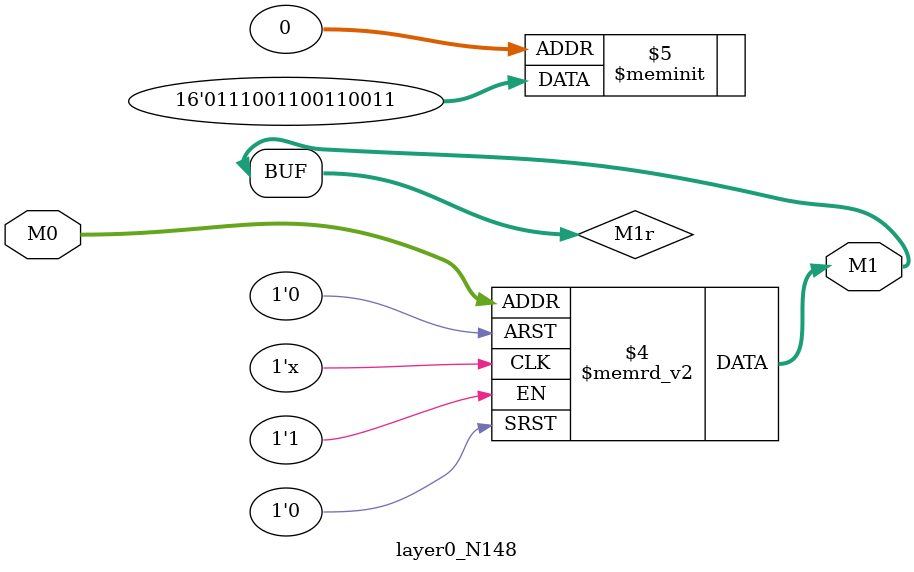
<source format=v>
module layer0_N148 ( input [2:0] M0, output [1:0] M1 );

	(*rom_style = "distributed" *) reg [1:0] M1r;
	assign M1 = M1r;
	always @ (M0) begin
		case (M0)
			3'b000: M1r = 2'b11;
			3'b100: M1r = 2'b11;
			3'b010: M1r = 2'b11;
			3'b110: M1r = 2'b11;
			3'b001: M1r = 2'b00;
			3'b101: M1r = 2'b00;
			3'b011: M1r = 2'b00;
			3'b111: M1r = 2'b01;

		endcase
	end
endmodule

</source>
